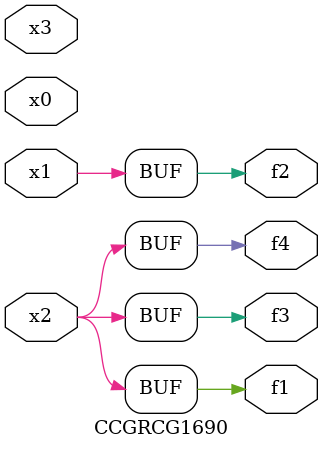
<source format=v>
module CCGRCG1690(
	input x0, x1, x2, x3,
	output f1, f2, f3, f4
);
	assign f1 = x2;
	assign f2 = x1;
	assign f3 = x2;
	assign f4 = x2;
endmodule

</source>
